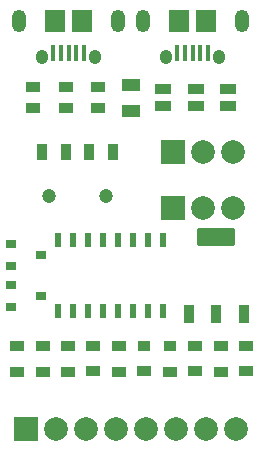
<source format=gbr>
%TF.GenerationSoftware,Altium Limited,Altium Designer,20.2.6 (244)*%
G04 Layer_Color=255*
%FSLAX26Y26*%
%MOIN*%
%TF.SameCoordinates,2EAD6035-BE33-4F7B-B0E7-EE8266E33042*%
%TF.FilePolarity,Positive*%
%TF.FileFunction,Pads,Top*%
%TF.Part,Single*%
G01*
G75*
%TA.AperFunction,SMDPad,CuDef*%
%ADD10R,0.043307X0.031752*%
%ADD11R,0.051505X0.031752*%
%ADD12R,0.053150X0.037402*%
%ADD13R,0.059055X0.039370*%
%ADD14R,0.047244X0.033465*%
%ADD15R,0.035433X0.031496*%
G04:AMPARAMS|DCode=16|XSize=124.016mil|YSize=57.087mil|CornerRadius=1.998mil|HoleSize=0mil|Usage=FLASHONLY|Rotation=180.000|XOffset=0mil|YOffset=0mil|HoleType=Round|Shape=RoundedRectangle|*
%AMROUNDEDRECTD16*
21,1,0.124016,0.053091,0,0,180.0*
21,1,0.120020,0.057087,0,0,180.0*
1,1,0.003996,-0.060010,0.026545*
1,1,0.003996,0.060010,0.026545*
1,1,0.003996,0.060010,-0.026545*
1,1,0.003996,-0.060010,-0.026545*
%
%ADD16ROUNDEDRECTD16*%
G04:AMPARAMS|DCode=17|XSize=35.433mil|YSize=57.087mil|CornerRadius=1.949mil|HoleSize=0mil|Usage=FLASHONLY|Rotation=180.000|XOffset=0mil|YOffset=0mil|HoleType=Round|Shape=RoundedRectangle|*
%AMROUNDEDRECTD17*
21,1,0.035433,0.053189,0,0,180.0*
21,1,0.031535,0.057087,0,0,180.0*
1,1,0.003898,-0.015768,0.026594*
1,1,0.003898,0.015768,0.026594*
1,1,0.003898,0.015768,-0.026594*
1,1,0.003898,-0.015768,-0.026594*
%
%ADD17ROUNDEDRECTD17*%
G04:AMPARAMS|DCode=18|XSize=21.654mil|YSize=49.213mil|CornerRadius=1.949mil|HoleSize=0mil|Usage=FLASHONLY|Rotation=0.000|XOffset=0mil|YOffset=0mil|HoleType=Round|Shape=RoundedRectangle|*
%AMROUNDEDRECTD18*
21,1,0.021654,0.045315,0,0,0.0*
21,1,0.017756,0.049213,0,0,0.0*
1,1,0.003898,0.008878,-0.022657*
1,1,0.003898,-0.008878,-0.022657*
1,1,0.003898,-0.008878,0.022657*
1,1,0.003898,0.008878,0.022657*
%
%ADD18ROUNDEDRECTD18*%
%ADD19R,0.043307X0.033465*%
%TA.AperFunction,ConnectorPad*%
%ADD20R,0.015748X0.053150*%
%ADD21R,0.070866X0.074803*%
%TA.AperFunction,SMDPad,CuDef*%
%ADD22R,0.037402X0.053150*%
%TA.AperFunction,ComponentPad*%
%ADD28C,0.078740*%
%ADD29R,0.078740X0.078740*%
%ADD30C,0.047244*%
%ADD31O,0.041339X0.049213*%
%ADD32O,0.047244X0.074803*%
D10*
X563071Y358307D02*
D03*
D11*
X55000D02*
D03*
Y271614D02*
D03*
X140000Y358307D02*
D03*
Y271614D02*
D03*
X563071D02*
D03*
X733071Y358307D02*
D03*
Y271614D02*
D03*
X223071D02*
D03*
X393071D02*
D03*
X216535Y1151541D02*
D03*
Y1218538D02*
D03*
X108268Y1151541D02*
D03*
Y1218538D02*
D03*
X324803Y1151541D02*
D03*
Y1218538D02*
D03*
X393071Y358307D02*
D03*
X223071D02*
D03*
D12*
X541339Y1155512D02*
D03*
Y1214567D02*
D03*
X757874Y1155512D02*
D03*
Y1214567D02*
D03*
X649606Y1155512D02*
D03*
Y1214567D02*
D03*
D13*
X433071Y1141732D02*
D03*
Y1228347D02*
D03*
D14*
X818071Y356299D02*
D03*
Y273622D02*
D03*
X648071Y356299D02*
D03*
Y273622D02*
D03*
X478071D02*
D03*
X308071Y356299D02*
D03*
Y273622D02*
D03*
D15*
X134213Y523425D02*
D03*
X35787Y486024D02*
D03*
Y560827D02*
D03*
X134213Y659449D02*
D03*
X35787Y622047D02*
D03*
Y696850D02*
D03*
D16*
X718583Y718504D02*
D03*
D17*
X809134Y464567D02*
D03*
X718583D02*
D03*
X628032D02*
D03*
D18*
X189252Y472441D02*
D03*
X239252D02*
D03*
X289252D02*
D03*
X339252D02*
D03*
X389252D02*
D03*
X439252D02*
D03*
X489252D02*
D03*
X539252D02*
D03*
X189252Y708661D02*
D03*
X239252D02*
D03*
X289252D02*
D03*
X339252D02*
D03*
X389252D02*
D03*
X439252D02*
D03*
X489252D02*
D03*
X539252D02*
D03*
D19*
X478071Y356299D02*
D03*
D20*
X614173Y1333661D02*
D03*
X639764D02*
D03*
X588582D02*
D03*
X665354D02*
D03*
X690945D02*
D03*
X200787D02*
D03*
X226378D02*
D03*
X175197D02*
D03*
X251969D02*
D03*
X277559D02*
D03*
D21*
X685039Y1438976D02*
D03*
X594488D02*
D03*
X181102D02*
D03*
X271654D02*
D03*
D22*
X137165Y1003937D02*
D03*
X215905D02*
D03*
X294646D02*
D03*
X373386D02*
D03*
D28*
X783071Y78740D02*
D03*
X683071D02*
D03*
X483071D02*
D03*
X283071D02*
D03*
X183071D02*
D03*
X383071D02*
D03*
X583071D02*
D03*
X673976Y816929D02*
D03*
X773976D02*
D03*
X673976Y1003937D02*
D03*
X773976D02*
D03*
D29*
X83071Y78740D02*
D03*
X573976Y816929D02*
D03*
Y1003937D02*
D03*
D30*
X159213Y856299D02*
D03*
X351339D02*
D03*
D31*
X727362Y1320866D02*
D03*
X552165D02*
D03*
X313976D02*
D03*
X138780D02*
D03*
D32*
X475394Y1438976D02*
D03*
X804134D02*
D03*
X390748D02*
D03*
X62008D02*
D03*
%TF.MD5,e70b29875e1f3067acb662e0161f2fe5*%
M02*

</source>
